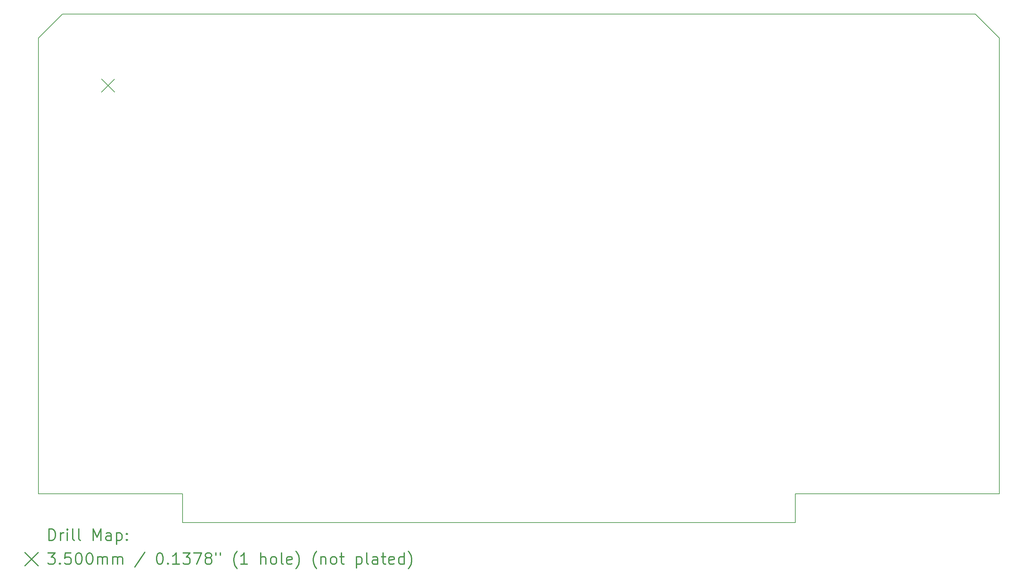
<source format=gbr>
%FSLAX45Y45*%
G04 Gerber Fmt 4.5, Leading zero omitted, Abs format (unit mm)*
G04 Created by KiCad (PCBNEW (5.1.12)-1) date 2022-10-15 16:15:47*
%MOMM*%
%LPD*%
G01*
G04 APERTURE LIST*
%TA.AperFunction,Profile*%
%ADD10C,0.152400*%
%TD*%
%ADD11C,0.200000*%
%ADD12C,0.300000*%
G04 APERTURE END LIST*
D10*
X22034500Y-14986000D02*
X22034500Y-15748000D01*
X2667000Y-2286000D02*
X2032000Y-2921000D01*
X26797000Y-2286000D02*
X2667000Y-2286000D01*
X27432000Y-2921000D02*
X26797000Y-2286000D01*
X2032000Y-2921000D02*
X2032000Y-14986000D01*
X5842000Y-14986000D02*
X2032000Y-14986000D01*
X5842000Y-15748000D02*
X5842000Y-14986000D01*
X22034500Y-15748000D02*
X5842000Y-15748000D01*
X27432000Y-14986000D02*
X22034500Y-14986000D01*
X27432000Y-14986000D02*
X27432000Y-2921000D01*
D11*
X3698500Y-4001000D02*
X4048500Y-4351000D01*
X4048500Y-4001000D02*
X3698500Y-4351000D01*
D12*
X2310808Y-16221334D02*
X2310808Y-15921334D01*
X2382237Y-15921334D01*
X2425094Y-15935620D01*
X2453666Y-15964191D01*
X2467951Y-15992763D01*
X2482237Y-16049906D01*
X2482237Y-16092763D01*
X2467951Y-16149906D01*
X2453666Y-16178477D01*
X2425094Y-16207049D01*
X2382237Y-16221334D01*
X2310808Y-16221334D01*
X2610808Y-16221334D02*
X2610808Y-16021334D01*
X2610808Y-16078477D02*
X2625094Y-16049906D01*
X2639380Y-16035620D01*
X2667951Y-16021334D01*
X2696523Y-16021334D01*
X2796523Y-16221334D02*
X2796523Y-16021334D01*
X2796523Y-15921334D02*
X2782237Y-15935620D01*
X2796523Y-15949906D01*
X2810808Y-15935620D01*
X2796523Y-15921334D01*
X2796523Y-15949906D01*
X2982237Y-16221334D02*
X2953666Y-16207049D01*
X2939380Y-16178477D01*
X2939380Y-15921334D01*
X3139380Y-16221334D02*
X3110808Y-16207049D01*
X3096523Y-16178477D01*
X3096523Y-15921334D01*
X3482237Y-16221334D02*
X3482237Y-15921334D01*
X3582237Y-16135620D01*
X3682237Y-15921334D01*
X3682237Y-16221334D01*
X3953666Y-16221334D02*
X3953666Y-16064191D01*
X3939380Y-16035620D01*
X3910808Y-16021334D01*
X3853666Y-16021334D01*
X3825094Y-16035620D01*
X3953666Y-16207049D02*
X3925094Y-16221334D01*
X3853666Y-16221334D01*
X3825094Y-16207049D01*
X3810808Y-16178477D01*
X3810808Y-16149906D01*
X3825094Y-16121334D01*
X3853666Y-16107049D01*
X3925094Y-16107049D01*
X3953666Y-16092763D01*
X4096523Y-16021334D02*
X4096523Y-16321334D01*
X4096523Y-16035620D02*
X4125094Y-16021334D01*
X4182237Y-16021334D01*
X4210808Y-16035620D01*
X4225094Y-16049906D01*
X4239380Y-16078477D01*
X4239380Y-16164191D01*
X4225094Y-16192763D01*
X4210808Y-16207049D01*
X4182237Y-16221334D01*
X4125094Y-16221334D01*
X4096523Y-16207049D01*
X4367951Y-16192763D02*
X4382237Y-16207049D01*
X4367951Y-16221334D01*
X4353666Y-16207049D01*
X4367951Y-16192763D01*
X4367951Y-16221334D01*
X4367951Y-16035620D02*
X4382237Y-16049906D01*
X4367951Y-16064191D01*
X4353666Y-16049906D01*
X4367951Y-16035620D01*
X4367951Y-16064191D01*
X1674380Y-16540620D02*
X2024380Y-16890620D01*
X2024380Y-16540620D02*
X1674380Y-16890620D01*
X2282237Y-16551334D02*
X2467951Y-16551334D01*
X2367951Y-16665620D01*
X2410808Y-16665620D01*
X2439380Y-16679906D01*
X2453666Y-16694191D01*
X2467951Y-16722763D01*
X2467951Y-16794192D01*
X2453666Y-16822763D01*
X2439380Y-16837049D01*
X2410808Y-16851334D01*
X2325094Y-16851334D01*
X2296523Y-16837049D01*
X2282237Y-16822763D01*
X2596523Y-16822763D02*
X2610808Y-16837049D01*
X2596523Y-16851334D01*
X2582237Y-16837049D01*
X2596523Y-16822763D01*
X2596523Y-16851334D01*
X2882237Y-16551334D02*
X2739380Y-16551334D01*
X2725094Y-16694191D01*
X2739380Y-16679906D01*
X2767951Y-16665620D01*
X2839380Y-16665620D01*
X2867951Y-16679906D01*
X2882237Y-16694191D01*
X2896523Y-16722763D01*
X2896523Y-16794192D01*
X2882237Y-16822763D01*
X2867951Y-16837049D01*
X2839380Y-16851334D01*
X2767951Y-16851334D01*
X2739380Y-16837049D01*
X2725094Y-16822763D01*
X3082237Y-16551334D02*
X3110808Y-16551334D01*
X3139380Y-16565620D01*
X3153666Y-16579906D01*
X3167951Y-16608477D01*
X3182237Y-16665620D01*
X3182237Y-16737049D01*
X3167951Y-16794192D01*
X3153666Y-16822763D01*
X3139380Y-16837049D01*
X3110808Y-16851334D01*
X3082237Y-16851334D01*
X3053666Y-16837049D01*
X3039380Y-16822763D01*
X3025094Y-16794192D01*
X3010808Y-16737049D01*
X3010808Y-16665620D01*
X3025094Y-16608477D01*
X3039380Y-16579906D01*
X3053666Y-16565620D01*
X3082237Y-16551334D01*
X3367951Y-16551334D02*
X3396523Y-16551334D01*
X3425094Y-16565620D01*
X3439380Y-16579906D01*
X3453666Y-16608477D01*
X3467951Y-16665620D01*
X3467951Y-16737049D01*
X3453666Y-16794192D01*
X3439380Y-16822763D01*
X3425094Y-16837049D01*
X3396523Y-16851334D01*
X3367951Y-16851334D01*
X3339380Y-16837049D01*
X3325094Y-16822763D01*
X3310808Y-16794192D01*
X3296523Y-16737049D01*
X3296523Y-16665620D01*
X3310808Y-16608477D01*
X3325094Y-16579906D01*
X3339380Y-16565620D01*
X3367951Y-16551334D01*
X3596523Y-16851334D02*
X3596523Y-16651334D01*
X3596523Y-16679906D02*
X3610808Y-16665620D01*
X3639380Y-16651334D01*
X3682237Y-16651334D01*
X3710808Y-16665620D01*
X3725094Y-16694191D01*
X3725094Y-16851334D01*
X3725094Y-16694191D02*
X3739380Y-16665620D01*
X3767951Y-16651334D01*
X3810808Y-16651334D01*
X3839380Y-16665620D01*
X3853666Y-16694191D01*
X3853666Y-16851334D01*
X3996523Y-16851334D02*
X3996523Y-16651334D01*
X3996523Y-16679906D02*
X4010808Y-16665620D01*
X4039380Y-16651334D01*
X4082237Y-16651334D01*
X4110808Y-16665620D01*
X4125094Y-16694191D01*
X4125094Y-16851334D01*
X4125094Y-16694191D02*
X4139380Y-16665620D01*
X4167951Y-16651334D01*
X4210808Y-16651334D01*
X4239380Y-16665620D01*
X4253666Y-16694191D01*
X4253666Y-16851334D01*
X4839380Y-16537049D02*
X4582237Y-16922763D01*
X5225094Y-16551334D02*
X5253666Y-16551334D01*
X5282237Y-16565620D01*
X5296523Y-16579906D01*
X5310808Y-16608477D01*
X5325094Y-16665620D01*
X5325094Y-16737049D01*
X5310808Y-16794192D01*
X5296523Y-16822763D01*
X5282237Y-16837049D01*
X5253666Y-16851334D01*
X5225094Y-16851334D01*
X5196523Y-16837049D01*
X5182237Y-16822763D01*
X5167951Y-16794192D01*
X5153666Y-16737049D01*
X5153666Y-16665620D01*
X5167951Y-16608477D01*
X5182237Y-16579906D01*
X5196523Y-16565620D01*
X5225094Y-16551334D01*
X5453666Y-16822763D02*
X5467951Y-16837049D01*
X5453666Y-16851334D01*
X5439380Y-16837049D01*
X5453666Y-16822763D01*
X5453666Y-16851334D01*
X5753666Y-16851334D02*
X5582237Y-16851334D01*
X5667951Y-16851334D02*
X5667951Y-16551334D01*
X5639380Y-16594191D01*
X5610808Y-16622763D01*
X5582237Y-16637049D01*
X5853666Y-16551334D02*
X6039380Y-16551334D01*
X5939380Y-16665620D01*
X5982237Y-16665620D01*
X6010808Y-16679906D01*
X6025094Y-16694191D01*
X6039380Y-16722763D01*
X6039380Y-16794192D01*
X6025094Y-16822763D01*
X6010808Y-16837049D01*
X5982237Y-16851334D01*
X5896523Y-16851334D01*
X5867951Y-16837049D01*
X5853666Y-16822763D01*
X6139380Y-16551334D02*
X6339380Y-16551334D01*
X6210808Y-16851334D01*
X6496523Y-16679906D02*
X6467951Y-16665620D01*
X6453666Y-16651334D01*
X6439380Y-16622763D01*
X6439380Y-16608477D01*
X6453666Y-16579906D01*
X6467951Y-16565620D01*
X6496523Y-16551334D01*
X6553666Y-16551334D01*
X6582237Y-16565620D01*
X6596523Y-16579906D01*
X6610808Y-16608477D01*
X6610808Y-16622763D01*
X6596523Y-16651334D01*
X6582237Y-16665620D01*
X6553666Y-16679906D01*
X6496523Y-16679906D01*
X6467951Y-16694191D01*
X6453666Y-16708477D01*
X6439380Y-16737049D01*
X6439380Y-16794192D01*
X6453666Y-16822763D01*
X6467951Y-16837049D01*
X6496523Y-16851334D01*
X6553666Y-16851334D01*
X6582237Y-16837049D01*
X6596523Y-16822763D01*
X6610808Y-16794192D01*
X6610808Y-16737049D01*
X6596523Y-16708477D01*
X6582237Y-16694191D01*
X6553666Y-16679906D01*
X6725094Y-16551334D02*
X6725094Y-16608477D01*
X6839380Y-16551334D02*
X6839380Y-16608477D01*
X7282237Y-16965620D02*
X7267951Y-16951334D01*
X7239380Y-16908477D01*
X7225094Y-16879906D01*
X7210808Y-16837049D01*
X7196523Y-16765620D01*
X7196523Y-16708477D01*
X7210808Y-16637049D01*
X7225094Y-16594191D01*
X7239380Y-16565620D01*
X7267951Y-16522763D01*
X7282237Y-16508477D01*
X7553666Y-16851334D02*
X7382237Y-16851334D01*
X7467951Y-16851334D02*
X7467951Y-16551334D01*
X7439380Y-16594191D01*
X7410808Y-16622763D01*
X7382237Y-16637049D01*
X7910808Y-16851334D02*
X7910808Y-16551334D01*
X8039380Y-16851334D02*
X8039380Y-16694191D01*
X8025094Y-16665620D01*
X7996523Y-16651334D01*
X7953666Y-16651334D01*
X7925094Y-16665620D01*
X7910808Y-16679906D01*
X8225094Y-16851334D02*
X8196523Y-16837049D01*
X8182237Y-16822763D01*
X8167951Y-16794192D01*
X8167951Y-16708477D01*
X8182237Y-16679906D01*
X8196523Y-16665620D01*
X8225094Y-16651334D01*
X8267951Y-16651334D01*
X8296523Y-16665620D01*
X8310808Y-16679906D01*
X8325094Y-16708477D01*
X8325094Y-16794192D01*
X8310808Y-16822763D01*
X8296523Y-16837049D01*
X8267951Y-16851334D01*
X8225094Y-16851334D01*
X8496523Y-16851334D02*
X8467951Y-16837049D01*
X8453666Y-16808477D01*
X8453666Y-16551334D01*
X8725094Y-16837049D02*
X8696523Y-16851334D01*
X8639380Y-16851334D01*
X8610808Y-16837049D01*
X8596523Y-16808477D01*
X8596523Y-16694191D01*
X8610808Y-16665620D01*
X8639380Y-16651334D01*
X8696523Y-16651334D01*
X8725094Y-16665620D01*
X8739380Y-16694191D01*
X8739380Y-16722763D01*
X8596523Y-16751334D01*
X8839380Y-16965620D02*
X8853666Y-16951334D01*
X8882237Y-16908477D01*
X8896523Y-16879906D01*
X8910808Y-16837049D01*
X8925094Y-16765620D01*
X8925094Y-16708477D01*
X8910808Y-16637049D01*
X8896523Y-16594191D01*
X8882237Y-16565620D01*
X8853666Y-16522763D01*
X8839380Y-16508477D01*
X9382237Y-16965620D02*
X9367951Y-16951334D01*
X9339380Y-16908477D01*
X9325094Y-16879906D01*
X9310808Y-16837049D01*
X9296523Y-16765620D01*
X9296523Y-16708477D01*
X9310808Y-16637049D01*
X9325094Y-16594191D01*
X9339380Y-16565620D01*
X9367951Y-16522763D01*
X9382237Y-16508477D01*
X9496523Y-16651334D02*
X9496523Y-16851334D01*
X9496523Y-16679906D02*
X9510808Y-16665620D01*
X9539380Y-16651334D01*
X9582237Y-16651334D01*
X9610808Y-16665620D01*
X9625094Y-16694191D01*
X9625094Y-16851334D01*
X9810808Y-16851334D02*
X9782237Y-16837049D01*
X9767951Y-16822763D01*
X9753666Y-16794192D01*
X9753666Y-16708477D01*
X9767951Y-16679906D01*
X9782237Y-16665620D01*
X9810808Y-16651334D01*
X9853666Y-16651334D01*
X9882237Y-16665620D01*
X9896523Y-16679906D01*
X9910808Y-16708477D01*
X9910808Y-16794192D01*
X9896523Y-16822763D01*
X9882237Y-16837049D01*
X9853666Y-16851334D01*
X9810808Y-16851334D01*
X9996523Y-16651334D02*
X10110808Y-16651334D01*
X10039380Y-16551334D02*
X10039380Y-16808477D01*
X10053666Y-16837049D01*
X10082237Y-16851334D01*
X10110808Y-16851334D01*
X10439380Y-16651334D02*
X10439380Y-16951334D01*
X10439380Y-16665620D02*
X10467951Y-16651334D01*
X10525094Y-16651334D01*
X10553666Y-16665620D01*
X10567951Y-16679906D01*
X10582237Y-16708477D01*
X10582237Y-16794192D01*
X10567951Y-16822763D01*
X10553666Y-16837049D01*
X10525094Y-16851334D01*
X10467951Y-16851334D01*
X10439380Y-16837049D01*
X10753666Y-16851334D02*
X10725094Y-16837049D01*
X10710808Y-16808477D01*
X10710808Y-16551334D01*
X10996523Y-16851334D02*
X10996523Y-16694191D01*
X10982237Y-16665620D01*
X10953666Y-16651334D01*
X10896523Y-16651334D01*
X10867951Y-16665620D01*
X10996523Y-16837049D02*
X10967951Y-16851334D01*
X10896523Y-16851334D01*
X10867951Y-16837049D01*
X10853666Y-16808477D01*
X10853666Y-16779906D01*
X10867951Y-16751334D01*
X10896523Y-16737049D01*
X10967951Y-16737049D01*
X10996523Y-16722763D01*
X11096523Y-16651334D02*
X11210808Y-16651334D01*
X11139380Y-16551334D02*
X11139380Y-16808477D01*
X11153666Y-16837049D01*
X11182237Y-16851334D01*
X11210808Y-16851334D01*
X11425094Y-16837049D02*
X11396523Y-16851334D01*
X11339380Y-16851334D01*
X11310808Y-16837049D01*
X11296523Y-16808477D01*
X11296523Y-16694191D01*
X11310808Y-16665620D01*
X11339380Y-16651334D01*
X11396523Y-16651334D01*
X11425094Y-16665620D01*
X11439380Y-16694191D01*
X11439380Y-16722763D01*
X11296523Y-16751334D01*
X11696523Y-16851334D02*
X11696523Y-16551334D01*
X11696523Y-16837049D02*
X11667951Y-16851334D01*
X11610808Y-16851334D01*
X11582237Y-16837049D01*
X11567951Y-16822763D01*
X11553666Y-16794192D01*
X11553666Y-16708477D01*
X11567951Y-16679906D01*
X11582237Y-16665620D01*
X11610808Y-16651334D01*
X11667951Y-16651334D01*
X11696523Y-16665620D01*
X11810808Y-16965620D02*
X11825094Y-16951334D01*
X11853666Y-16908477D01*
X11867951Y-16879906D01*
X11882237Y-16837049D01*
X11896523Y-16765620D01*
X11896523Y-16708477D01*
X11882237Y-16637049D01*
X11867951Y-16594191D01*
X11853666Y-16565620D01*
X11825094Y-16522763D01*
X11810808Y-16508477D01*
M02*

</source>
